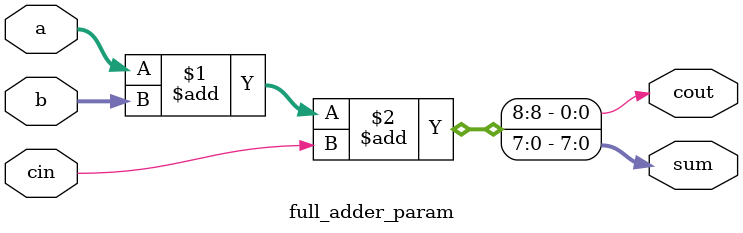
<source format=v>
module full_adder_param #(parameter N = 8)(
  input [N-1:0] a,b,
  input cin,
  output [N-1:0] sum,
  output cout
);
  assign {cout,sum} = a + b + cin;
endmodule

</source>
